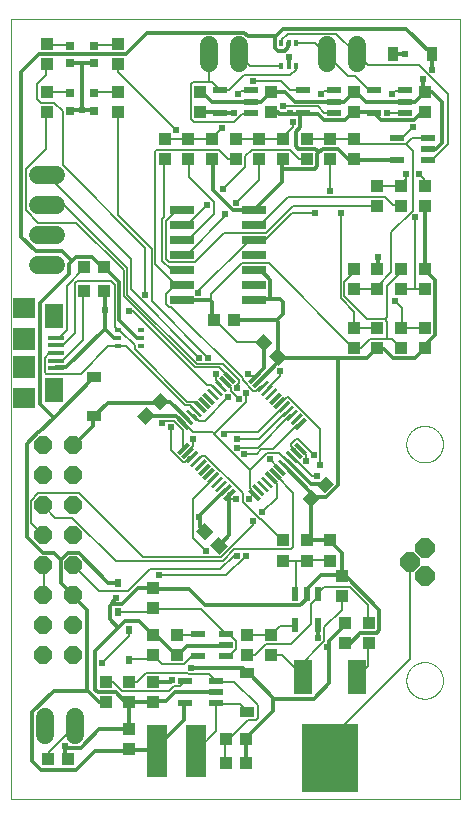
<source format=gtl>
G75*
%MOIN*%
%OFA0B0*%
%FSLAX25Y25*%
%IPPOS*%
%LPD*%
%AMOC8*
5,1,8,0,0,1.08239X$1,22.5*
%
%ADD10C,0.00000*%
%ADD11R,0.01181X0.04724*%
%ADD12R,0.04724X0.02362*%
%ADD13R,0.03937X0.04331*%
%ADD14R,0.07480X0.07087*%
%ADD15R,0.07480X0.07480*%
%ADD16R,0.06299X0.08268*%
%ADD17R,0.05315X0.01575*%
%ADD18R,0.02362X0.03150*%
%ADD19R,0.04724X0.02165*%
%ADD20R,0.04331X0.03937*%
%ADD21R,0.08000X0.02600*%
%ADD22C,0.06000*%
%ADD23R,0.06299X0.11811*%
%ADD24R,0.19000X0.22500*%
%ADD25R,0.02165X0.04724*%
%ADD26R,0.04803X0.03583*%
%ADD27R,0.03583X0.04803*%
%ADD28R,0.01575X0.02362*%
%ADD29OC8,0.06450*%
%ADD30R,0.03150X0.03150*%
%ADD31R,0.02362X0.01575*%
%ADD32R,0.07087X0.17717*%
%ADD33OC8,0.06000*%
%ADD34C,0.00600*%
%ADD35C,0.02400*%
%ADD36C,0.01200*%
D10*
X0004419Y0001800D02*
X0004419Y0261643D01*
X0154025Y0261643D01*
X0154045Y0001800D01*
X0004419Y0001800D01*
X0136114Y0041170D02*
X0136116Y0041326D01*
X0136122Y0041481D01*
X0136132Y0041637D01*
X0136146Y0041792D01*
X0136164Y0041947D01*
X0136185Y0042101D01*
X0136211Y0042255D01*
X0136241Y0042408D01*
X0136274Y0042560D01*
X0136312Y0042711D01*
X0136353Y0042861D01*
X0136398Y0043010D01*
X0136447Y0043158D01*
X0136500Y0043305D01*
X0136556Y0043450D01*
X0136616Y0043594D01*
X0136680Y0043736D01*
X0136747Y0043877D01*
X0136818Y0044015D01*
X0136893Y0044152D01*
X0136971Y0044287D01*
X0137052Y0044420D01*
X0137137Y0044551D01*
X0137225Y0044679D01*
X0137316Y0044806D01*
X0137410Y0044930D01*
X0137508Y0045051D01*
X0137609Y0045170D01*
X0137712Y0045286D01*
X0137819Y0045400D01*
X0137928Y0045511D01*
X0138041Y0045619D01*
X0138156Y0045724D01*
X0138273Y0045826D01*
X0138393Y0045925D01*
X0138516Y0046021D01*
X0138641Y0046114D01*
X0138769Y0046204D01*
X0138898Y0046290D01*
X0139030Y0046373D01*
X0139164Y0046453D01*
X0139300Y0046529D01*
X0139438Y0046602D01*
X0139577Y0046671D01*
X0139719Y0046736D01*
X0139862Y0046798D01*
X0140006Y0046856D01*
X0140152Y0046911D01*
X0140299Y0046962D01*
X0140448Y0047009D01*
X0140598Y0047052D01*
X0140748Y0047091D01*
X0140900Y0047127D01*
X0141053Y0047158D01*
X0141206Y0047186D01*
X0141360Y0047210D01*
X0141514Y0047230D01*
X0141669Y0047246D01*
X0141825Y0047258D01*
X0141980Y0047266D01*
X0142136Y0047270D01*
X0142292Y0047270D01*
X0142448Y0047266D01*
X0142603Y0047258D01*
X0142759Y0047246D01*
X0142914Y0047230D01*
X0143068Y0047210D01*
X0143222Y0047186D01*
X0143375Y0047158D01*
X0143528Y0047127D01*
X0143680Y0047091D01*
X0143830Y0047052D01*
X0143980Y0047009D01*
X0144129Y0046962D01*
X0144276Y0046911D01*
X0144422Y0046856D01*
X0144566Y0046798D01*
X0144709Y0046736D01*
X0144851Y0046671D01*
X0144990Y0046602D01*
X0145128Y0046529D01*
X0145264Y0046453D01*
X0145398Y0046373D01*
X0145530Y0046290D01*
X0145659Y0046204D01*
X0145787Y0046114D01*
X0145912Y0046021D01*
X0146035Y0045925D01*
X0146155Y0045826D01*
X0146272Y0045724D01*
X0146387Y0045619D01*
X0146500Y0045511D01*
X0146609Y0045400D01*
X0146716Y0045286D01*
X0146819Y0045170D01*
X0146920Y0045051D01*
X0147018Y0044930D01*
X0147112Y0044806D01*
X0147203Y0044679D01*
X0147291Y0044551D01*
X0147376Y0044420D01*
X0147457Y0044287D01*
X0147535Y0044152D01*
X0147610Y0044015D01*
X0147681Y0043877D01*
X0147748Y0043736D01*
X0147812Y0043594D01*
X0147872Y0043450D01*
X0147928Y0043305D01*
X0147981Y0043158D01*
X0148030Y0043010D01*
X0148075Y0042861D01*
X0148116Y0042711D01*
X0148154Y0042560D01*
X0148187Y0042408D01*
X0148217Y0042255D01*
X0148243Y0042101D01*
X0148264Y0041947D01*
X0148282Y0041792D01*
X0148296Y0041637D01*
X0148306Y0041481D01*
X0148312Y0041326D01*
X0148314Y0041170D01*
X0148312Y0041014D01*
X0148306Y0040859D01*
X0148296Y0040703D01*
X0148282Y0040548D01*
X0148264Y0040393D01*
X0148243Y0040239D01*
X0148217Y0040085D01*
X0148187Y0039932D01*
X0148154Y0039780D01*
X0148116Y0039629D01*
X0148075Y0039479D01*
X0148030Y0039330D01*
X0147981Y0039182D01*
X0147928Y0039035D01*
X0147872Y0038890D01*
X0147812Y0038746D01*
X0147748Y0038604D01*
X0147681Y0038463D01*
X0147610Y0038325D01*
X0147535Y0038188D01*
X0147457Y0038053D01*
X0147376Y0037920D01*
X0147291Y0037789D01*
X0147203Y0037661D01*
X0147112Y0037534D01*
X0147018Y0037410D01*
X0146920Y0037289D01*
X0146819Y0037170D01*
X0146716Y0037054D01*
X0146609Y0036940D01*
X0146500Y0036829D01*
X0146387Y0036721D01*
X0146272Y0036616D01*
X0146155Y0036514D01*
X0146035Y0036415D01*
X0145912Y0036319D01*
X0145787Y0036226D01*
X0145659Y0036136D01*
X0145530Y0036050D01*
X0145398Y0035967D01*
X0145264Y0035887D01*
X0145128Y0035811D01*
X0144990Y0035738D01*
X0144851Y0035669D01*
X0144709Y0035604D01*
X0144566Y0035542D01*
X0144422Y0035484D01*
X0144276Y0035429D01*
X0144129Y0035378D01*
X0143980Y0035331D01*
X0143830Y0035288D01*
X0143680Y0035249D01*
X0143528Y0035213D01*
X0143375Y0035182D01*
X0143222Y0035154D01*
X0143068Y0035130D01*
X0142914Y0035110D01*
X0142759Y0035094D01*
X0142603Y0035082D01*
X0142448Y0035074D01*
X0142292Y0035070D01*
X0142136Y0035070D01*
X0141980Y0035074D01*
X0141825Y0035082D01*
X0141669Y0035094D01*
X0141514Y0035110D01*
X0141360Y0035130D01*
X0141206Y0035154D01*
X0141053Y0035182D01*
X0140900Y0035213D01*
X0140748Y0035249D01*
X0140598Y0035288D01*
X0140448Y0035331D01*
X0140299Y0035378D01*
X0140152Y0035429D01*
X0140006Y0035484D01*
X0139862Y0035542D01*
X0139719Y0035604D01*
X0139577Y0035669D01*
X0139438Y0035738D01*
X0139300Y0035811D01*
X0139164Y0035887D01*
X0139030Y0035967D01*
X0138898Y0036050D01*
X0138769Y0036136D01*
X0138641Y0036226D01*
X0138516Y0036319D01*
X0138393Y0036415D01*
X0138273Y0036514D01*
X0138156Y0036616D01*
X0138041Y0036721D01*
X0137928Y0036829D01*
X0137819Y0036940D01*
X0137712Y0037054D01*
X0137609Y0037170D01*
X0137508Y0037289D01*
X0137410Y0037410D01*
X0137316Y0037534D01*
X0137225Y0037661D01*
X0137137Y0037789D01*
X0137052Y0037920D01*
X0136971Y0038053D01*
X0136893Y0038188D01*
X0136818Y0038325D01*
X0136747Y0038463D01*
X0136680Y0038604D01*
X0136616Y0038746D01*
X0136556Y0038890D01*
X0136500Y0039035D01*
X0136447Y0039182D01*
X0136398Y0039330D01*
X0136353Y0039479D01*
X0136312Y0039629D01*
X0136274Y0039780D01*
X0136241Y0039932D01*
X0136211Y0040085D01*
X0136185Y0040239D01*
X0136164Y0040393D01*
X0136146Y0040548D01*
X0136132Y0040703D01*
X0136122Y0040859D01*
X0136116Y0041014D01*
X0136114Y0041170D01*
X0136114Y0119910D02*
X0136116Y0120066D01*
X0136122Y0120221D01*
X0136132Y0120377D01*
X0136146Y0120532D01*
X0136164Y0120687D01*
X0136185Y0120841D01*
X0136211Y0120995D01*
X0136241Y0121148D01*
X0136274Y0121300D01*
X0136312Y0121451D01*
X0136353Y0121601D01*
X0136398Y0121750D01*
X0136447Y0121898D01*
X0136500Y0122045D01*
X0136556Y0122190D01*
X0136616Y0122334D01*
X0136680Y0122476D01*
X0136747Y0122617D01*
X0136818Y0122755D01*
X0136893Y0122892D01*
X0136971Y0123027D01*
X0137052Y0123160D01*
X0137137Y0123291D01*
X0137225Y0123419D01*
X0137316Y0123546D01*
X0137410Y0123670D01*
X0137508Y0123791D01*
X0137609Y0123910D01*
X0137712Y0124026D01*
X0137819Y0124140D01*
X0137928Y0124251D01*
X0138041Y0124359D01*
X0138156Y0124464D01*
X0138273Y0124566D01*
X0138393Y0124665D01*
X0138516Y0124761D01*
X0138641Y0124854D01*
X0138769Y0124944D01*
X0138898Y0125030D01*
X0139030Y0125113D01*
X0139164Y0125193D01*
X0139300Y0125269D01*
X0139438Y0125342D01*
X0139577Y0125411D01*
X0139719Y0125476D01*
X0139862Y0125538D01*
X0140006Y0125596D01*
X0140152Y0125651D01*
X0140299Y0125702D01*
X0140448Y0125749D01*
X0140598Y0125792D01*
X0140748Y0125831D01*
X0140900Y0125867D01*
X0141053Y0125898D01*
X0141206Y0125926D01*
X0141360Y0125950D01*
X0141514Y0125970D01*
X0141669Y0125986D01*
X0141825Y0125998D01*
X0141980Y0126006D01*
X0142136Y0126010D01*
X0142292Y0126010D01*
X0142448Y0126006D01*
X0142603Y0125998D01*
X0142759Y0125986D01*
X0142914Y0125970D01*
X0143068Y0125950D01*
X0143222Y0125926D01*
X0143375Y0125898D01*
X0143528Y0125867D01*
X0143680Y0125831D01*
X0143830Y0125792D01*
X0143980Y0125749D01*
X0144129Y0125702D01*
X0144276Y0125651D01*
X0144422Y0125596D01*
X0144566Y0125538D01*
X0144709Y0125476D01*
X0144851Y0125411D01*
X0144990Y0125342D01*
X0145128Y0125269D01*
X0145264Y0125193D01*
X0145398Y0125113D01*
X0145530Y0125030D01*
X0145659Y0124944D01*
X0145787Y0124854D01*
X0145912Y0124761D01*
X0146035Y0124665D01*
X0146155Y0124566D01*
X0146272Y0124464D01*
X0146387Y0124359D01*
X0146500Y0124251D01*
X0146609Y0124140D01*
X0146716Y0124026D01*
X0146819Y0123910D01*
X0146920Y0123791D01*
X0147018Y0123670D01*
X0147112Y0123546D01*
X0147203Y0123419D01*
X0147291Y0123291D01*
X0147376Y0123160D01*
X0147457Y0123027D01*
X0147535Y0122892D01*
X0147610Y0122755D01*
X0147681Y0122617D01*
X0147748Y0122476D01*
X0147812Y0122334D01*
X0147872Y0122190D01*
X0147928Y0122045D01*
X0147981Y0121898D01*
X0148030Y0121750D01*
X0148075Y0121601D01*
X0148116Y0121451D01*
X0148154Y0121300D01*
X0148187Y0121148D01*
X0148217Y0120995D01*
X0148243Y0120841D01*
X0148264Y0120687D01*
X0148282Y0120532D01*
X0148296Y0120377D01*
X0148306Y0120221D01*
X0148312Y0120066D01*
X0148314Y0119910D01*
X0148312Y0119754D01*
X0148306Y0119599D01*
X0148296Y0119443D01*
X0148282Y0119288D01*
X0148264Y0119133D01*
X0148243Y0118979D01*
X0148217Y0118825D01*
X0148187Y0118672D01*
X0148154Y0118520D01*
X0148116Y0118369D01*
X0148075Y0118219D01*
X0148030Y0118070D01*
X0147981Y0117922D01*
X0147928Y0117775D01*
X0147872Y0117630D01*
X0147812Y0117486D01*
X0147748Y0117344D01*
X0147681Y0117203D01*
X0147610Y0117065D01*
X0147535Y0116928D01*
X0147457Y0116793D01*
X0147376Y0116660D01*
X0147291Y0116529D01*
X0147203Y0116401D01*
X0147112Y0116274D01*
X0147018Y0116150D01*
X0146920Y0116029D01*
X0146819Y0115910D01*
X0146716Y0115794D01*
X0146609Y0115680D01*
X0146500Y0115569D01*
X0146387Y0115461D01*
X0146272Y0115356D01*
X0146155Y0115254D01*
X0146035Y0115155D01*
X0145912Y0115059D01*
X0145787Y0114966D01*
X0145659Y0114876D01*
X0145530Y0114790D01*
X0145398Y0114707D01*
X0145264Y0114627D01*
X0145128Y0114551D01*
X0144990Y0114478D01*
X0144851Y0114409D01*
X0144709Y0114344D01*
X0144566Y0114282D01*
X0144422Y0114224D01*
X0144276Y0114169D01*
X0144129Y0114118D01*
X0143980Y0114071D01*
X0143830Y0114028D01*
X0143680Y0113989D01*
X0143528Y0113953D01*
X0143375Y0113922D01*
X0143222Y0113894D01*
X0143068Y0113870D01*
X0142914Y0113850D01*
X0142759Y0113834D01*
X0142603Y0113822D01*
X0142448Y0113814D01*
X0142292Y0113810D01*
X0142136Y0113810D01*
X0141980Y0113814D01*
X0141825Y0113822D01*
X0141669Y0113834D01*
X0141514Y0113850D01*
X0141360Y0113870D01*
X0141206Y0113894D01*
X0141053Y0113922D01*
X0140900Y0113953D01*
X0140748Y0113989D01*
X0140598Y0114028D01*
X0140448Y0114071D01*
X0140299Y0114118D01*
X0140152Y0114169D01*
X0140006Y0114224D01*
X0139862Y0114282D01*
X0139719Y0114344D01*
X0139577Y0114409D01*
X0139438Y0114478D01*
X0139300Y0114551D01*
X0139164Y0114627D01*
X0139030Y0114707D01*
X0138898Y0114790D01*
X0138769Y0114876D01*
X0138641Y0114966D01*
X0138516Y0115059D01*
X0138393Y0115155D01*
X0138273Y0115254D01*
X0138156Y0115356D01*
X0138041Y0115461D01*
X0137928Y0115569D01*
X0137819Y0115680D01*
X0137712Y0115794D01*
X0137609Y0115910D01*
X0137508Y0116029D01*
X0137410Y0116150D01*
X0137316Y0116274D01*
X0137225Y0116401D01*
X0137137Y0116529D01*
X0137052Y0116660D01*
X0136971Y0116793D01*
X0136893Y0116928D01*
X0136818Y0117065D01*
X0136747Y0117203D01*
X0136680Y0117344D01*
X0136616Y0117486D01*
X0136556Y0117630D01*
X0136500Y0117775D01*
X0136447Y0117922D01*
X0136398Y0118070D01*
X0136353Y0118219D01*
X0136312Y0118369D01*
X0136274Y0118520D01*
X0136241Y0118672D01*
X0136211Y0118825D01*
X0136185Y0118979D01*
X0136164Y0119133D01*
X0136146Y0119288D01*
X0136132Y0119443D01*
X0136122Y0119599D01*
X0136116Y0119754D01*
X0136114Y0119910D01*
D11*
G36*
X0102923Y0117247D02*
X0102088Y0116412D01*
X0098749Y0119751D01*
X0099584Y0120586D01*
X0102923Y0117247D01*
G37*
G36*
X0101532Y0115855D02*
X0100697Y0115020D01*
X0097358Y0118359D01*
X0098193Y0119194D01*
X0101532Y0115855D01*
G37*
G36*
X0100140Y0114463D02*
X0099305Y0113628D01*
X0095966Y0116967D01*
X0096801Y0117802D01*
X0100140Y0114463D01*
G37*
G36*
X0098748Y0113071D02*
X0097913Y0112236D01*
X0094574Y0115575D01*
X0095409Y0116410D01*
X0098748Y0113071D01*
G37*
G36*
X0097356Y0111679D02*
X0096521Y0110844D01*
X0093182Y0114183D01*
X0094017Y0115018D01*
X0097356Y0111679D01*
G37*
G36*
X0095964Y0110287D02*
X0095129Y0109452D01*
X0091790Y0112791D01*
X0092625Y0113626D01*
X0095964Y0110287D01*
G37*
G36*
X0094572Y0108896D02*
X0093737Y0108061D01*
X0090398Y0111400D01*
X0091233Y0112235D01*
X0094572Y0108896D01*
G37*
G36*
X0093180Y0107504D02*
X0092345Y0106669D01*
X0089006Y0110008D01*
X0089841Y0110843D01*
X0093180Y0107504D01*
G37*
G36*
X0091788Y0106112D02*
X0090953Y0105277D01*
X0087614Y0108616D01*
X0088449Y0109451D01*
X0091788Y0106112D01*
G37*
G36*
X0090396Y0104720D02*
X0089561Y0103885D01*
X0086222Y0107224D01*
X0087057Y0108059D01*
X0090396Y0104720D01*
G37*
G36*
X0089004Y0103328D02*
X0088169Y0102493D01*
X0084830Y0105832D01*
X0085665Y0106667D01*
X0089004Y0103328D01*
G37*
G36*
X0087612Y0101936D02*
X0086777Y0101101D01*
X0083438Y0104440D01*
X0084273Y0105275D01*
X0087612Y0101936D01*
G37*
G36*
X0078425Y0105275D02*
X0079260Y0104440D01*
X0075921Y0101101D01*
X0075086Y0101936D01*
X0078425Y0105275D01*
G37*
G36*
X0077033Y0106667D02*
X0077868Y0105832D01*
X0074529Y0102493D01*
X0073694Y0103328D01*
X0077033Y0106667D01*
G37*
G36*
X0075642Y0108059D02*
X0076477Y0107224D01*
X0073138Y0103885D01*
X0072303Y0104720D01*
X0075642Y0108059D01*
G37*
G36*
X0074250Y0109451D02*
X0075085Y0108616D01*
X0071746Y0105277D01*
X0070911Y0106112D01*
X0074250Y0109451D01*
G37*
G36*
X0072858Y0110843D02*
X0073693Y0110008D01*
X0070354Y0106669D01*
X0069519Y0107504D01*
X0072858Y0110843D01*
G37*
G36*
X0071466Y0112235D02*
X0072301Y0111400D01*
X0068962Y0108061D01*
X0068127Y0108896D01*
X0071466Y0112235D01*
G37*
G36*
X0070074Y0113626D02*
X0070909Y0112791D01*
X0067570Y0109452D01*
X0066735Y0110287D01*
X0070074Y0113626D01*
G37*
G36*
X0068682Y0115018D02*
X0069517Y0114183D01*
X0066178Y0110844D01*
X0065343Y0111679D01*
X0068682Y0115018D01*
G37*
G36*
X0067290Y0116410D02*
X0068125Y0115575D01*
X0064786Y0112236D01*
X0063951Y0113071D01*
X0067290Y0116410D01*
G37*
G36*
X0065898Y0117802D02*
X0066733Y0116967D01*
X0063394Y0113628D01*
X0062559Y0114463D01*
X0065898Y0117802D01*
G37*
G36*
X0064506Y0119194D02*
X0065341Y0118359D01*
X0062002Y0115020D01*
X0061167Y0115855D01*
X0064506Y0119194D01*
G37*
G36*
X0063114Y0120586D02*
X0063949Y0119751D01*
X0060610Y0116412D01*
X0059775Y0117247D01*
X0063114Y0120586D01*
G37*
G36*
X0063949Y0125599D02*
X0063114Y0124764D01*
X0059775Y0128103D01*
X0060610Y0128938D01*
X0063949Y0125599D01*
G37*
G36*
X0065341Y0126991D02*
X0064506Y0126156D01*
X0061167Y0129495D01*
X0062002Y0130330D01*
X0065341Y0126991D01*
G37*
G36*
X0066733Y0128383D02*
X0065898Y0127548D01*
X0062559Y0130887D01*
X0063394Y0131722D01*
X0066733Y0128383D01*
G37*
G36*
X0068125Y0129775D02*
X0067290Y0128940D01*
X0063951Y0132279D01*
X0064786Y0133114D01*
X0068125Y0129775D01*
G37*
G36*
X0069517Y0131167D02*
X0068682Y0130332D01*
X0065343Y0133671D01*
X0066178Y0134506D01*
X0069517Y0131167D01*
G37*
G36*
X0070909Y0132559D02*
X0070074Y0131724D01*
X0066735Y0135063D01*
X0067570Y0135898D01*
X0070909Y0132559D01*
G37*
G36*
X0072301Y0133951D02*
X0071466Y0133116D01*
X0068127Y0136455D01*
X0068962Y0137290D01*
X0072301Y0133951D01*
G37*
G36*
X0073693Y0135342D02*
X0072858Y0134507D01*
X0069519Y0137846D01*
X0070354Y0138681D01*
X0073693Y0135342D01*
G37*
G36*
X0075085Y0136734D02*
X0074250Y0135899D01*
X0070911Y0139238D01*
X0071746Y0140073D01*
X0075085Y0136734D01*
G37*
G36*
X0076477Y0138126D02*
X0075642Y0137291D01*
X0072303Y0140630D01*
X0073138Y0141465D01*
X0076477Y0138126D01*
G37*
G36*
X0077868Y0139518D02*
X0077033Y0138683D01*
X0073694Y0142022D01*
X0074529Y0142857D01*
X0077868Y0139518D01*
G37*
G36*
X0079260Y0140910D02*
X0078425Y0140075D01*
X0075086Y0143414D01*
X0075921Y0144249D01*
X0079260Y0140910D01*
G37*
G36*
X0086777Y0144249D02*
X0087612Y0143414D01*
X0084273Y0140075D01*
X0083438Y0140910D01*
X0086777Y0144249D01*
G37*
G36*
X0088169Y0142857D02*
X0089004Y0142022D01*
X0085665Y0138683D01*
X0084830Y0139518D01*
X0088169Y0142857D01*
G37*
G36*
X0089561Y0141465D02*
X0090396Y0140630D01*
X0087057Y0137291D01*
X0086222Y0138126D01*
X0089561Y0141465D01*
G37*
G36*
X0090953Y0140073D02*
X0091788Y0139238D01*
X0088449Y0135899D01*
X0087614Y0136734D01*
X0090953Y0140073D01*
G37*
G36*
X0092345Y0138681D02*
X0093180Y0137846D01*
X0089841Y0134507D01*
X0089006Y0135342D01*
X0092345Y0138681D01*
G37*
G36*
X0093737Y0137290D02*
X0094572Y0136455D01*
X0091233Y0133116D01*
X0090398Y0133951D01*
X0093737Y0137290D01*
G37*
G36*
X0095129Y0135898D02*
X0095964Y0135063D01*
X0092625Y0131724D01*
X0091790Y0132559D01*
X0095129Y0135898D01*
G37*
G36*
X0096521Y0134506D02*
X0097356Y0133671D01*
X0094017Y0130332D01*
X0093182Y0131167D01*
X0096521Y0134506D01*
G37*
G36*
X0097913Y0133114D02*
X0098748Y0132279D01*
X0095409Y0128940D01*
X0094574Y0129775D01*
X0097913Y0133114D01*
G37*
G36*
X0099305Y0131722D02*
X0100140Y0130887D01*
X0096801Y0127548D01*
X0095966Y0128383D01*
X0099305Y0131722D01*
G37*
G36*
X0100697Y0130330D02*
X0101532Y0129495D01*
X0098193Y0126156D01*
X0097358Y0126991D01*
X0100697Y0130330D01*
G37*
G36*
X0102088Y0128938D02*
X0102923Y0128103D01*
X0099584Y0124764D01*
X0098749Y0125599D01*
X0102088Y0128938D01*
G37*
D12*
X0075875Y0056721D03*
X0075875Y0052981D03*
X0075875Y0049241D03*
X0066820Y0049241D03*
X0066820Y0056721D03*
D13*
X0059537Y0056328D03*
X0059537Y0049635D03*
X0051663Y0049635D03*
X0051663Y0056328D03*
X0051663Y0065383D03*
X0051663Y0072076D03*
X0051663Y0040580D03*
X0051663Y0033887D03*
X0043789Y0024831D03*
X0043789Y0018139D03*
X0023453Y0014943D03*
X0016760Y0014943D03*
X0075875Y0021485D03*
X0082568Y0021485D03*
X0083159Y0049635D03*
X0083159Y0056328D03*
X0110718Y0081131D03*
X0110718Y0087824D03*
X0115639Y0060265D03*
X0115639Y0053572D03*
X0035324Y0171091D03*
X0028631Y0171091D03*
X0067411Y0230737D03*
X0067411Y0237430D03*
X0071348Y0221682D03*
X0071348Y0214989D03*
X0091033Y0230737D03*
X0091033Y0237430D03*
X0094970Y0221682D03*
X0094970Y0214989D03*
X0118592Y0214989D03*
X0118592Y0221682D03*
X0118592Y0230737D03*
X0118592Y0237430D03*
X0142214Y0237430D03*
X0142214Y0230737D03*
X0142214Y0205934D03*
X0142214Y0199241D03*
D14*
X0008631Y0165284D03*
X0008631Y0135363D03*
D15*
X0008631Y0145599D03*
X0008631Y0155048D03*
D16*
X0018671Y0162528D03*
X0018671Y0138119D03*
D17*
X0019261Y0145206D03*
X0019261Y0147765D03*
X0019261Y0150324D03*
X0019261Y0152883D03*
X0019261Y0155442D03*
D18*
X0039852Y0073650D03*
X0039852Y0063808D03*
X0043789Y0057902D03*
X0043789Y0048060D03*
D19*
X0062292Y0040973D03*
X0062292Y0033493D03*
X0072529Y0033493D03*
X0072529Y0037233D03*
X0072529Y0040973D03*
X0133158Y0214595D03*
X0133158Y0222076D03*
X0135521Y0230343D03*
X0135521Y0234083D03*
X0135521Y0237824D03*
X0143395Y0222076D03*
X0143395Y0218335D03*
X0143395Y0214595D03*
X0125284Y0230343D03*
X0125284Y0237824D03*
X0111899Y0237824D03*
X0111899Y0234083D03*
X0111899Y0230343D03*
X0101662Y0230343D03*
X0101662Y0237824D03*
X0084340Y0237824D03*
X0084340Y0234083D03*
X0084340Y0230343D03*
X0074103Y0230343D03*
X0074103Y0237824D03*
D20*
X0079222Y0221682D03*
X0079222Y0214989D03*
X0087096Y0214989D03*
X0087096Y0221682D03*
X0102844Y0221682D03*
X0102844Y0214989D03*
X0110718Y0214989D03*
X0110718Y0221682D03*
X0126466Y0205934D03*
X0126466Y0199241D03*
X0134340Y0199241D03*
X0134340Y0205934D03*
X0134340Y0178375D03*
X0134340Y0171682D03*
X0142214Y0171682D03*
X0142214Y0178375D03*
X0142214Y0158690D03*
X0142214Y0151997D03*
X0134340Y0151997D03*
X0134340Y0158690D03*
X0126466Y0158690D03*
X0126466Y0151997D03*
X0118592Y0151997D03*
X0118592Y0158690D03*
X0118592Y0171682D03*
X0118592Y0178375D03*
X0126466Y0178375D03*
X0126466Y0171682D03*
G36*
X0093538Y0146118D02*
X0090477Y0149179D01*
X0093260Y0151962D01*
X0096321Y0148901D01*
X0093538Y0146118D01*
G37*
G36*
X0088805Y0150851D02*
X0085744Y0153912D01*
X0088527Y0156695D01*
X0091588Y0153634D01*
X0088805Y0150851D01*
G37*
X0078631Y0161249D03*
X0071938Y0161249D03*
G36*
X0056951Y0134227D02*
X0053890Y0131166D01*
X0051107Y0133949D01*
X0054168Y0137010D01*
X0056951Y0134227D01*
G37*
G36*
X0052218Y0129494D02*
X0049157Y0126433D01*
X0046374Y0129216D01*
X0049435Y0132277D01*
X0052218Y0129494D01*
G37*
G36*
X0068842Y0093702D02*
X0071903Y0090641D01*
X0069120Y0087858D01*
X0066059Y0090919D01*
X0068842Y0093702D01*
G37*
G36*
X0073575Y0088970D02*
X0076636Y0085909D01*
X0073853Y0083126D01*
X0070792Y0086187D01*
X0073575Y0088970D01*
G37*
X0094970Y0087824D03*
X0094970Y0081131D03*
X0102844Y0081131D03*
X0102844Y0087824D03*
G36*
X0101493Y0101657D02*
X0104554Y0104718D01*
X0107337Y0101935D01*
X0104276Y0098874D01*
X0101493Y0101657D01*
G37*
G36*
X0106225Y0106390D02*
X0109286Y0109451D01*
X0112069Y0106668D01*
X0109008Y0103607D01*
X0106225Y0106390D01*
G37*
X0114655Y0076013D03*
X0114655Y0069320D03*
X0123513Y0060265D03*
X0123513Y0053572D03*
X0091033Y0056328D03*
X0091033Y0049635D03*
X0082568Y0013611D03*
X0075875Y0013611D03*
X0043789Y0033887D03*
X0043789Y0040580D03*
X0035915Y0040580D03*
X0035915Y0033887D03*
X0035324Y0178965D03*
X0028631Y0178965D03*
X0055600Y0214989D03*
X0055600Y0221682D03*
X0063474Y0221682D03*
X0063474Y0214989D03*
X0039852Y0230737D03*
X0039852Y0237430D03*
X0039852Y0246485D03*
X0039852Y0253178D03*
X0016230Y0253178D03*
X0016230Y0246485D03*
X0016230Y0237430D03*
X0016230Y0230737D03*
D21*
X0061216Y0197902D03*
X0061216Y0192902D03*
X0061216Y0187902D03*
X0061216Y0182902D03*
X0061216Y0177902D03*
X0061216Y0172902D03*
X0061216Y0167902D03*
X0085416Y0167902D03*
X0085416Y0172902D03*
X0085416Y0177902D03*
X0085416Y0182902D03*
X0085416Y0187902D03*
X0085416Y0192902D03*
X0085416Y0197902D03*
D22*
X0080285Y0246831D02*
X0080285Y0252831D01*
X0070285Y0252831D02*
X0070285Y0246831D01*
X0109655Y0246831D02*
X0109655Y0252831D01*
X0119655Y0252831D02*
X0119655Y0246831D01*
X0019230Y0209713D02*
X0013230Y0209713D01*
X0013230Y0199713D02*
X0019230Y0199713D01*
X0019230Y0189713D02*
X0013230Y0189713D01*
X0013230Y0179713D02*
X0019230Y0179713D01*
X0015659Y0028914D02*
X0015659Y0022914D01*
X0025659Y0022914D02*
X0025659Y0028914D01*
D23*
X0101741Y0042391D03*
X0119694Y0042391D03*
D24*
X0110718Y0015233D03*
D25*
X0106584Y0059674D03*
X0099104Y0059674D03*
X0099104Y0069911D03*
X0102844Y0069911D03*
X0106584Y0069911D03*
D26*
X0083159Y0043729D03*
X0083159Y0030737D03*
X0031978Y0129162D03*
X0031978Y0142154D03*
D27*
X0131781Y0249831D03*
X0144773Y0249831D03*
D28*
X0099497Y0245894D03*
X0096938Y0245894D03*
X0094379Y0245894D03*
X0094379Y0253769D03*
X0096938Y0253769D03*
X0099497Y0253769D03*
D29*
X0142214Y0085277D03*
X0137477Y0080540D03*
X0142214Y0075803D03*
D30*
X0031978Y0231131D03*
X0031978Y0237036D03*
X0031978Y0246879D03*
X0031978Y0252784D03*
X0024104Y0252784D03*
X0024104Y0246879D03*
X0024104Y0237036D03*
X0024104Y0231131D03*
D31*
X0039852Y0157902D03*
X0039852Y0155343D03*
X0039852Y0152784D03*
X0047726Y0152784D03*
X0047726Y0155343D03*
X0047726Y0157902D03*
D32*
X0053139Y0017548D03*
X0065934Y0017548D03*
D33*
X0025167Y0049477D03*
X0025167Y0059477D03*
X0025167Y0069477D03*
X0025167Y0079477D03*
X0025167Y0089477D03*
X0025167Y0099477D03*
X0025167Y0109477D03*
X0025167Y0119477D03*
X0015167Y0119477D03*
X0015167Y0109477D03*
X0015167Y0099477D03*
X0015167Y0089477D03*
X0015167Y0079477D03*
X0015167Y0069477D03*
X0015167Y0059477D03*
X0015167Y0049477D03*
D34*
X0015167Y0069477D02*
X0015219Y0069600D01*
X0015219Y0079200D01*
X0015167Y0079477D01*
X0015167Y0089477D02*
X0014919Y0089700D01*
X0011019Y0093600D01*
X0011019Y0101100D01*
X0013419Y0103500D01*
X0026919Y0103500D01*
X0048219Y0082200D01*
X0074319Y0082200D01*
X0085119Y0093000D01*
X0085119Y0094200D01*
X0087219Y0095100D02*
X0081519Y0100800D01*
X0081519Y0103500D01*
X0068919Y0116100D01*
X0067719Y0116100D01*
X0066219Y0114600D01*
X0066038Y0114323D01*
X0064646Y0115715D02*
X0064419Y0115500D01*
X0063819Y0115500D01*
X0062319Y0114000D01*
X0061719Y0114000D01*
X0057819Y0117900D01*
X0057819Y0125700D01*
X0058719Y0127800D02*
X0055719Y0127800D01*
X0054819Y0126900D01*
X0058719Y0127800D02*
X0061719Y0124800D01*
X0061719Y0118500D01*
X0061862Y0118499D01*
X0063519Y0117900D02*
X0065019Y0119400D01*
X0065019Y0121800D01*
X0065019Y0123900D02*
X0071619Y0123900D01*
X0072069Y0123450D01*
X0082719Y0134100D01*
X0082719Y0137100D01*
X0085119Y0137700D02*
X0081519Y0141300D01*
X0081519Y0141900D01*
X0057819Y0165600D01*
X0056919Y0165600D01*
X0056019Y0166500D01*
X0056019Y0170100D01*
X0059019Y0173100D01*
X0061216Y0172902D01*
X0061119Y0173100D01*
X0059319Y0173100D01*
X0052419Y0180000D01*
X0052419Y0217500D01*
X0053019Y0218100D01*
X0073719Y0218100D01*
X0076719Y0215100D01*
X0079119Y0215100D01*
X0079222Y0214989D01*
X0082419Y0216000D02*
X0082419Y0212400D01*
X0074919Y0204900D01*
X0071919Y0200700D02*
X0071919Y0196800D01*
X0063219Y0188100D01*
X0061419Y0188100D01*
X0061216Y0187902D01*
X0061419Y0183000D02*
X0061216Y0182902D01*
X0061419Y0183000D02*
X0062919Y0183000D01*
X0075819Y0195900D01*
X0075819Y0196800D01*
X0079419Y0200400D02*
X0086919Y0207900D01*
X0086919Y0214800D01*
X0087096Y0214989D01*
X0084519Y0218100D02*
X0082419Y0216000D01*
X0084519Y0218100D02*
X0097419Y0218100D01*
X0100419Y0215100D01*
X0102819Y0215100D01*
X0102844Y0214989D01*
X0102844Y0221682D02*
X0103119Y0221700D01*
X0110619Y0221700D01*
X0110718Y0221682D01*
X0110919Y0221700D01*
X0118419Y0221700D01*
X0118592Y0221682D01*
X0118719Y0221400D01*
X0120219Y0219900D01*
X0135819Y0219900D01*
X0135969Y0220050D01*
X0138219Y0217800D01*
X0138219Y0197700D01*
X0131019Y0190500D01*
X0131019Y0177300D01*
X0126519Y0172800D01*
X0126519Y0171900D01*
X0126466Y0171682D01*
X0126219Y0171600D01*
X0118719Y0171600D01*
X0118592Y0171682D01*
X0115419Y0174000D02*
X0115419Y0169200D01*
X0122919Y0161700D01*
X0128919Y0161700D01*
X0129069Y0161550D01*
X0129819Y0162300D01*
X0129819Y0172800D01*
X0134319Y0177300D01*
X0134319Y0178200D01*
X0134340Y0178375D01*
X0134340Y0171682D02*
X0134619Y0171600D01*
X0139119Y0171600D01*
X0139119Y0195600D01*
X0134340Y0199241D02*
X0134319Y0199500D01*
X0131619Y0199500D01*
X0128919Y0202200D01*
X0096519Y0202200D01*
X0087519Y0193200D01*
X0085419Y0193200D01*
X0085416Y0192902D01*
X0089319Y0190200D02*
X0075219Y0190200D01*
X0065619Y0180600D01*
X0056919Y0180600D01*
X0056019Y0181500D01*
X0056019Y0194400D01*
X0059319Y0197700D01*
X0061119Y0197700D01*
X0061216Y0197902D01*
X0061419Y0193200D02*
X0061216Y0192902D01*
X0061419Y0193200D02*
X0063219Y0193200D01*
X0069819Y0199800D01*
X0071919Y0200700D02*
X0063519Y0209100D01*
X0063519Y0214800D01*
X0063474Y0214989D01*
X0063474Y0221682D02*
X0063519Y0221700D01*
X0071319Y0221700D01*
X0071348Y0221682D01*
X0071319Y0222000D01*
X0074619Y0225300D01*
X0078519Y0227400D02*
X0065319Y0227400D01*
X0064419Y0228300D01*
X0064419Y0240000D01*
X0065019Y0240600D01*
X0070419Y0240600D01*
X0070419Y0249600D01*
X0070285Y0249831D01*
X0070419Y0240600D02*
X0071319Y0240600D01*
X0074019Y0237900D01*
X0074103Y0237824D01*
X0074319Y0237900D01*
X0077019Y0237900D01*
X0082119Y0243000D01*
X0097419Y0243000D01*
X0099219Y0244800D01*
X0099219Y0245700D01*
X0099497Y0245894D01*
X0094379Y0245894D02*
X0094119Y0246000D01*
X0083919Y0246000D01*
X0080319Y0249600D01*
X0080285Y0249831D01*
X0085119Y0240900D02*
X0094419Y0240900D01*
X0097419Y0237900D01*
X0101619Y0237900D01*
X0101662Y0237824D01*
X0106719Y0232500D02*
X0095019Y0232500D01*
X0098319Y0227400D02*
X0098319Y0225600D01*
X0094719Y0222000D01*
X0094970Y0221682D01*
X0094719Y0221700D01*
X0087219Y0221700D01*
X0087096Y0221682D01*
X0086919Y0221700D01*
X0079419Y0221700D01*
X0079222Y0221682D01*
X0078519Y0227400D02*
X0081219Y0230100D01*
X0084219Y0230100D01*
X0084340Y0230343D01*
X0084219Y0237600D02*
X0080919Y0237600D01*
X0080019Y0236700D01*
X0084219Y0237600D02*
X0084340Y0237824D01*
X0094379Y0253769D02*
X0094419Y0253800D01*
X0094419Y0254700D01*
X0096519Y0256800D01*
X0112719Y0256800D01*
X0119619Y0249900D01*
X0119655Y0249831D01*
X0119919Y0249600D01*
X0123219Y0246300D01*
X0140319Y0246300D01*
X0149919Y0236700D01*
X0149919Y0219900D01*
X0144819Y0214800D01*
X0143619Y0214800D01*
X0143395Y0214595D01*
X0140319Y0210000D02*
X0142119Y0208200D01*
X0142119Y0206100D01*
X0142214Y0205934D01*
X0136119Y0208200D02*
X0134319Y0206400D01*
X0134340Y0205934D01*
X0134319Y0206100D01*
X0126519Y0206100D01*
X0126466Y0205934D01*
X0126466Y0199241D02*
X0126219Y0199200D01*
X0098319Y0199200D01*
X0089319Y0190200D01*
X0089019Y0188100D02*
X0085419Y0188100D01*
X0085416Y0187902D01*
X0085119Y0187800D01*
X0083619Y0187800D01*
X0066819Y0171000D01*
X0066819Y0170400D01*
X0071019Y0170100D02*
X0071019Y0168300D01*
X0070610Y0167892D01*
X0071019Y0170100D02*
X0081219Y0180300D01*
X0090219Y0180300D01*
X0118419Y0152100D01*
X0118592Y0151997D01*
X0118719Y0152100D01*
X0121119Y0152100D01*
X0124119Y0155100D01*
X0129819Y0155100D01*
X0129819Y0160800D01*
X0129069Y0161550D01*
X0126466Y0158690D02*
X0126219Y0158700D01*
X0118719Y0158700D01*
X0118592Y0158690D01*
X0118719Y0159000D01*
X0118719Y0164100D01*
X0114219Y0168600D01*
X0114219Y0197100D01*
X0110619Y0204300D02*
X0110619Y0214800D01*
X0110718Y0214989D01*
X0111899Y0230343D02*
X0111819Y0230400D01*
X0108819Y0230400D01*
X0106719Y0232500D01*
X0107619Y0236700D02*
X0108519Y0237600D01*
X0111819Y0237600D01*
X0111899Y0237824D01*
X0116619Y0242700D02*
X0109719Y0249600D01*
X0109655Y0249831D01*
X0109419Y0249900D01*
X0105819Y0253500D01*
X0099519Y0253500D01*
X0099497Y0253769D01*
X0116619Y0242700D02*
X0119019Y0242700D01*
X0123819Y0237900D01*
X0125019Y0237900D01*
X0125284Y0237824D01*
X0129519Y0230400D02*
X0135519Y0230400D01*
X0135521Y0230343D01*
X0138219Y0225600D02*
X0134919Y0222300D01*
X0133419Y0222300D01*
X0133158Y0222076D01*
X0135969Y0220050D02*
X0137919Y0222000D01*
X0143319Y0222000D01*
X0143395Y0222076D01*
X0136119Y0210000D02*
X0136119Y0208200D01*
X0131319Y0236700D02*
X0132219Y0237600D01*
X0135519Y0237600D01*
X0135521Y0237824D01*
X0105819Y0197100D02*
X0098019Y0197100D01*
X0089019Y0188100D01*
X0072519Y0161100D02*
X0071938Y0161249D01*
X0072519Y0161100D02*
X0079719Y0153900D01*
X0088119Y0153900D01*
X0088666Y0153773D01*
X0094119Y0144300D02*
X0094119Y0142800D01*
X0089919Y0138600D01*
X0089919Y0138000D01*
X0089701Y0137986D01*
X0088309Y0139378D02*
X0088119Y0139200D01*
X0087519Y0139200D01*
X0086019Y0137700D01*
X0085119Y0137700D01*
X0085525Y0142162D02*
X0085119Y0142500D01*
X0084219Y0142500D01*
X0083319Y0143400D01*
X0080319Y0141300D02*
X0074919Y0146700D01*
X0066219Y0146700D01*
X0043119Y0169800D01*
X0043119Y0178500D01*
X0022119Y0199500D01*
X0016419Y0199500D01*
X0016230Y0199713D01*
X0013419Y0193800D02*
X0026019Y0193800D01*
X0041919Y0177900D01*
X0041919Y0169200D01*
X0065619Y0145500D01*
X0073719Y0145500D01*
X0077019Y0142200D01*
X0077173Y0142162D01*
X0075781Y0140770D02*
X0075819Y0140700D01*
X0077619Y0138900D01*
X0077619Y0137700D01*
X0080319Y0135000D01*
X0079719Y0138600D02*
X0079719Y0139800D01*
X0080319Y0140400D01*
X0080319Y0141300D01*
X0076719Y0135600D02*
X0068919Y0127800D01*
X0067119Y0127800D01*
X0065319Y0129600D01*
X0064719Y0129600D01*
X0064646Y0129635D01*
X0065919Y0131100D02*
X0064119Y0132900D01*
X0062319Y0132900D01*
X0042519Y0152700D01*
X0040119Y0152700D01*
X0039852Y0152784D01*
X0039819Y0152700D01*
X0036819Y0152700D01*
X0027519Y0143400D01*
X0016119Y0143400D01*
X0015519Y0144000D01*
X0015519Y0148800D01*
X0017019Y0150300D01*
X0019119Y0150300D01*
X0019261Y0150324D01*
X0019419Y0147900D02*
X0019261Y0147765D01*
X0019419Y0147900D02*
X0021819Y0147900D01*
X0028419Y0154500D01*
X0028419Y0171000D01*
X0028631Y0171091D01*
X0025719Y0173700D02*
X0026319Y0174300D01*
X0037719Y0174300D01*
X0038919Y0173100D01*
X0038919Y0159000D01*
X0039819Y0158100D01*
X0039852Y0157902D01*
X0040119Y0157800D01*
X0040719Y0157800D01*
X0045519Y0153000D01*
X0045519Y0151500D01*
X0062919Y0134100D01*
X0065919Y0134100D01*
X0067419Y0132600D01*
X0067430Y0132419D01*
X0066038Y0131027D02*
X0065919Y0131100D01*
X0062319Y0126600D02*
X0065019Y0123900D01*
X0062319Y0126600D02*
X0061862Y0126851D01*
X0063519Y0117900D02*
X0063519Y0117300D01*
X0063254Y0117107D01*
X0071319Y0108600D02*
X0071319Y0108000D01*
X0065019Y0101700D01*
X0065019Y0088500D01*
X0069219Y0084300D01*
X0074919Y0081000D02*
X0039219Y0081000D01*
X0024819Y0095400D01*
X0019119Y0095400D01*
X0015219Y0099300D01*
X0015167Y0099477D01*
X0025167Y0079477D02*
X0025419Y0079200D01*
X0033519Y0071100D01*
X0043419Y0071100D01*
X0050619Y0078300D01*
X0074019Y0078300D01*
X0078519Y0082800D01*
X0079719Y0082800D01*
X0078819Y0084900D02*
X0074919Y0081000D01*
X0076119Y0076200D02*
X0053619Y0076200D01*
X0051663Y0065383D02*
X0051819Y0065100D01*
X0067719Y0065100D01*
X0075819Y0057000D01*
X0075875Y0056721D01*
X0076119Y0056700D01*
X0077019Y0056700D01*
X0079419Y0054300D01*
X0079419Y0051600D01*
X0077319Y0049500D01*
X0076119Y0049500D01*
X0075875Y0049241D01*
X0070419Y0043200D02*
X0072519Y0041100D01*
X0072529Y0040973D01*
X0072819Y0040800D01*
X0078819Y0040800D01*
X0086619Y0033000D01*
X0086619Y0028500D01*
X0086019Y0027900D01*
X0083319Y0027900D01*
X0077019Y0021600D01*
X0076119Y0021600D01*
X0075875Y0021485D01*
X0075819Y0021300D01*
X0075819Y0013800D01*
X0075875Y0013611D01*
X0066219Y0017700D02*
X0072819Y0024300D01*
X0072819Y0033000D01*
X0072529Y0033493D01*
X0072819Y0033300D01*
X0080619Y0033300D01*
X0083019Y0030900D01*
X0083159Y0030737D01*
X0070419Y0043200D02*
X0063519Y0043200D01*
X0062919Y0043800D01*
X0049419Y0043800D01*
X0046419Y0040800D01*
X0044019Y0040800D01*
X0043789Y0040580D01*
X0041319Y0037500D02*
X0056919Y0037500D01*
X0058719Y0039300D01*
X0060519Y0039300D01*
X0062019Y0040800D01*
X0062292Y0040973D01*
X0062019Y0046500D02*
X0054819Y0046500D01*
X0051819Y0049500D01*
X0051663Y0049635D01*
X0051519Y0049500D01*
X0050319Y0048300D01*
X0044019Y0048300D01*
X0043789Y0048060D01*
X0043719Y0056100D02*
X0034719Y0047100D01*
X0035915Y0040580D02*
X0035919Y0040500D01*
X0038319Y0040500D01*
X0041319Y0037500D01*
X0043719Y0056100D02*
X0043719Y0057900D01*
X0043789Y0057902D01*
X0044019Y0063900D02*
X0039852Y0063808D01*
X0044019Y0063900D02*
X0050319Y0063900D01*
X0051519Y0065100D01*
X0051663Y0065383D01*
X0059619Y0056400D02*
X0059537Y0056328D01*
X0059619Y0056400D02*
X0066519Y0056400D01*
X0066819Y0056700D01*
X0066820Y0056721D01*
X0066820Y0049241D02*
X0066819Y0049200D01*
X0064719Y0049200D01*
X0062019Y0046500D01*
X0066219Y0017700D02*
X0065934Y0017548D01*
X0083159Y0049635D02*
X0083319Y0049800D01*
X0085719Y0049800D01*
X0089319Y0053400D01*
X0097719Y0053400D01*
X0104319Y0060000D01*
X0104319Y0066600D01*
X0106419Y0068700D01*
X0106419Y0069900D01*
X0106584Y0069911D01*
X0106719Y0070200D01*
X0108819Y0072300D01*
X0117219Y0072300D01*
X0123219Y0066300D01*
X0123219Y0060300D01*
X0123513Y0060265D01*
X0123513Y0053572D02*
X0123219Y0053400D01*
X0123219Y0045900D01*
X0119919Y0042600D01*
X0119694Y0042391D01*
X0108819Y0054300D02*
X0108819Y0059100D01*
X0114519Y0064800D01*
X0114519Y0069300D01*
X0114655Y0069320D01*
X0110718Y0081131D02*
X0110619Y0081300D01*
X0103119Y0081300D01*
X0102844Y0081131D01*
X0102819Y0081000D01*
X0099219Y0081000D01*
X0099219Y0070200D01*
X0099104Y0069911D01*
X0099104Y0059674D02*
X0098919Y0059400D01*
X0094119Y0059400D01*
X0091119Y0056400D01*
X0091033Y0056328D01*
X0090819Y0056400D01*
X0083319Y0056400D01*
X0083159Y0056328D01*
X0091033Y0049635D02*
X0091119Y0049500D01*
X0094719Y0049500D01*
X0101619Y0042600D01*
X0101741Y0042391D01*
X0099519Y0045000D01*
X0108819Y0054300D01*
X0099219Y0081000D02*
X0095019Y0081000D01*
X0094970Y0081131D01*
X0097719Y0084900D02*
X0078819Y0084900D01*
X0082719Y0082800D02*
X0076119Y0076200D01*
X0087219Y0095100D02*
X0087519Y0095100D01*
X0094719Y0087900D01*
X0094970Y0087824D01*
X0097719Y0084900D02*
X0098319Y0085500D01*
X0098319Y0103800D01*
X0092619Y0109500D01*
X0092619Y0110100D01*
X0092485Y0110148D01*
X0093877Y0111539D02*
X0093819Y0111600D01*
X0090519Y0114900D01*
X0089619Y0117000D02*
X0093819Y0117000D01*
X0096219Y0114600D01*
X0096661Y0114323D01*
X0098053Y0115715D02*
X0098319Y0115500D01*
X0104619Y0109200D01*
X0106419Y0109200D01*
X0107319Y0113100D02*
X0107319Y0125100D01*
X0096819Y0135600D01*
X0096219Y0135600D01*
X0094719Y0134100D01*
X0094119Y0134100D01*
X0093877Y0133811D01*
X0095019Y0132300D02*
X0095269Y0132419D01*
X0095019Y0132300D02*
X0086619Y0123900D01*
X0075819Y0123900D01*
X0075219Y0123300D01*
X0072069Y0123450D02*
X0084069Y0111450D01*
X0083919Y0111300D01*
X0083919Y0105300D01*
X0085419Y0103800D01*
X0085419Y0103200D01*
X0085525Y0103188D01*
X0085119Y0103200D01*
X0083619Y0101700D01*
X0088119Y0097200D02*
X0092919Y0102000D01*
X0092919Y0106800D01*
X0091119Y0108600D01*
X0091093Y0108756D01*
X0084069Y0111450D02*
X0089619Y0117000D01*
X0087819Y0118200D02*
X0086319Y0116700D01*
X0082119Y0116700D01*
X0079719Y0118800D02*
X0086619Y0118800D01*
X0097419Y0129600D01*
X0098019Y0129600D01*
X0098053Y0129635D01*
X0096519Y0130800D02*
X0096661Y0131027D01*
X0096519Y0130800D02*
X0095919Y0130800D01*
X0086919Y0121800D01*
X0079719Y0121800D01*
X0087819Y0118200D02*
X0091719Y0118200D01*
X0100119Y0126600D01*
X0100719Y0126600D01*
X0100836Y0126851D01*
X0100119Y0121500D02*
X0105219Y0116400D01*
X0102819Y0116400D02*
X0102819Y0114300D01*
X0102819Y0116400D02*
X0101019Y0118200D01*
X0100836Y0118499D01*
X0099219Y0117900D02*
X0097719Y0119400D01*
X0097719Y0120000D01*
X0099219Y0121500D01*
X0100119Y0121500D01*
X0099219Y0117900D02*
X0099219Y0117300D01*
X0099445Y0117107D01*
X0079419Y0101700D02*
X0077173Y0101700D01*
X0071606Y0108756D02*
X0071319Y0108600D01*
X0072998Y0137986D02*
X0072819Y0138000D01*
X0071019Y0139800D01*
X0069519Y0139800D01*
X0044919Y0164400D01*
X0043719Y0164400D01*
X0044319Y0171600D02*
X0044319Y0181800D01*
X0016419Y0209700D01*
X0016230Y0209713D01*
X0021519Y0213000D02*
X0049119Y0185400D01*
X0049119Y0169800D01*
X0051219Y0167700D02*
X0070119Y0148800D01*
X0067119Y0148800D02*
X0044319Y0171600D01*
X0051219Y0167700D02*
X0051219Y0185100D01*
X0040119Y0196200D01*
X0040119Y0230700D01*
X0039852Y0230737D01*
X0039819Y0237300D02*
X0039852Y0237430D01*
X0039819Y0237300D02*
X0032019Y0237300D01*
X0031978Y0237036D01*
X0040119Y0243900D02*
X0040119Y0246300D01*
X0039852Y0246485D01*
X0040119Y0243900D02*
X0059319Y0224700D01*
X0055719Y0221700D02*
X0055600Y0221682D01*
X0055719Y0221700D02*
X0063219Y0221700D01*
X0063474Y0221682D01*
X0055600Y0214989D02*
X0055419Y0214800D01*
X0055419Y0195600D01*
X0054819Y0195000D01*
X0054819Y0180900D01*
X0057519Y0178200D01*
X0061119Y0178200D01*
X0061216Y0177902D01*
X0072519Y0143400D02*
X0072519Y0141300D01*
X0074319Y0139500D01*
X0074390Y0139378D01*
X0115419Y0174000D02*
X0118419Y0177000D01*
X0118419Y0178200D01*
X0118592Y0178375D01*
X0132219Y0167700D02*
X0134619Y0165300D01*
X0134619Y0159000D01*
X0134340Y0158690D01*
X0134619Y0158700D01*
X0142119Y0158700D01*
X0142214Y0158690D01*
X0134319Y0152100D02*
X0134340Y0151997D01*
X0134319Y0152100D02*
X0131319Y0155100D01*
X0129819Y0155100D01*
X0139119Y0171600D02*
X0142119Y0171600D01*
X0142214Y0171682D01*
X0137477Y0080540D02*
X0137319Y0080400D01*
X0137319Y0048300D01*
X0110919Y0021900D01*
X0110919Y0015300D01*
X0110718Y0015233D01*
X0025659Y0025914D02*
X0025419Y0025800D01*
X0017019Y0017400D01*
X0017019Y0015000D01*
X0016760Y0014943D01*
X0019261Y0152883D02*
X0019419Y0153000D01*
X0021819Y0153000D01*
X0025719Y0156900D01*
X0025719Y0173700D01*
X0023019Y0172800D02*
X0028419Y0178200D01*
X0028419Y0178800D01*
X0028631Y0178965D01*
X0023019Y0172800D02*
X0023019Y0158100D01*
X0020619Y0155700D01*
X0019419Y0155700D01*
X0019261Y0155442D01*
X0013419Y0193800D02*
X0009219Y0198000D01*
X0009219Y0211500D01*
X0016119Y0218400D01*
X0016119Y0230700D01*
X0016230Y0230737D01*
X0014319Y0233700D02*
X0018819Y0233700D01*
X0021519Y0231000D01*
X0021519Y0213000D01*
X0014319Y0233700D02*
X0013119Y0234900D01*
X0013119Y0240000D01*
X0016119Y0243000D01*
X0016119Y0246300D01*
X0016230Y0246485D01*
X0016419Y0252900D02*
X0016230Y0253178D01*
X0016419Y0252900D02*
X0023919Y0252900D01*
X0024104Y0252784D01*
X0031978Y0252784D02*
X0032019Y0252900D01*
X0039819Y0252900D01*
X0039852Y0253178D01*
X0023919Y0237300D02*
X0024104Y0237036D01*
X0023919Y0237300D02*
X0016419Y0237300D01*
X0016230Y0237430D01*
D35*
X0028119Y0231300D03*
X0059319Y0224700D03*
X0074619Y0225300D03*
X0078519Y0230400D03*
X0080019Y0236700D03*
X0085119Y0240900D03*
X0095019Y0232500D03*
X0097419Y0230400D03*
X0098319Y0227400D03*
X0107619Y0236700D03*
X0097119Y0249000D03*
X0110619Y0204300D03*
X0114219Y0197100D03*
X0105819Y0197100D03*
X0126519Y0182400D03*
X0132219Y0167700D03*
X0139119Y0195600D03*
X0140319Y0210000D03*
X0136119Y0210000D03*
X0138219Y0225600D03*
X0131319Y0236700D03*
X0129519Y0230400D03*
X0141819Y0241800D03*
X0144819Y0244800D03*
X0135519Y0249900D03*
X0079419Y0200400D03*
X0075819Y0196800D03*
X0074919Y0204900D03*
X0069819Y0199800D03*
X0066819Y0170400D03*
X0067119Y0148800D03*
X0070119Y0148800D03*
X0072519Y0143400D03*
X0076719Y0135600D03*
X0079719Y0138600D03*
X0080319Y0135000D03*
X0082719Y0137100D03*
X0083319Y0143400D03*
X0094119Y0144300D03*
X0079719Y0121800D03*
X0079719Y0118800D03*
X0082119Y0116700D03*
X0090519Y0114900D03*
X0083619Y0101700D03*
X0088119Y0097200D03*
X0085119Y0094200D03*
X0079419Y0101700D03*
X0067119Y0095700D03*
X0069219Y0084300D03*
X0079719Y0082800D03*
X0082719Y0082800D03*
X0102819Y0114300D03*
X0105219Y0116400D03*
X0107319Y0113100D03*
X0106419Y0109200D03*
X0075219Y0123300D03*
X0065019Y0121800D03*
X0057819Y0125700D03*
X0054819Y0126900D03*
X0043719Y0164400D03*
X0049119Y0169800D03*
X0035619Y0164700D03*
X0053619Y0076200D03*
X0039360Y0068729D03*
X0034719Y0047100D03*
X0022419Y0019200D03*
X0058119Y0041400D03*
X0064419Y0045300D03*
X0106719Y0055200D03*
X0109719Y0052200D03*
D36*
X0110319Y0052200D01*
X0110319Y0054300D01*
X0115419Y0059400D01*
X0115419Y0060000D01*
X0115639Y0060265D01*
X0120819Y0057000D02*
X0117519Y0053700D01*
X0115719Y0053700D01*
X0115639Y0053572D01*
X0120819Y0057000D02*
X0126219Y0057000D01*
X0127119Y0057900D01*
X0127119Y0064800D01*
X0116019Y0075900D01*
X0115119Y0075900D01*
X0114655Y0076013D01*
X0113919Y0076200D01*
X0107619Y0076200D01*
X0103119Y0071700D01*
X0103119Y0070200D01*
X0102844Y0069911D01*
X0102519Y0069600D01*
X0102519Y0068100D01*
X0100719Y0066300D01*
X0068919Y0066300D01*
X0063519Y0071700D01*
X0052119Y0071700D01*
X0051663Y0072076D01*
X0050919Y0072000D01*
X0046719Y0072000D01*
X0041319Y0066600D01*
X0038019Y0066600D01*
X0038019Y0066896D01*
X0039360Y0068729D01*
X0038019Y0066600D02*
X0037419Y0066000D01*
X0037419Y0061500D01*
X0040119Y0058800D01*
X0042219Y0060900D01*
X0047019Y0060900D01*
X0051219Y0056700D01*
X0051663Y0056328D01*
X0051819Y0056100D01*
X0053019Y0056100D01*
X0059319Y0049800D01*
X0059537Y0049635D01*
X0059919Y0049800D01*
X0062919Y0052800D01*
X0075819Y0052800D01*
X0075875Y0052981D01*
X0081519Y0045300D02*
X0083019Y0043800D01*
X0083159Y0043729D01*
X0083619Y0043500D01*
X0092019Y0035100D01*
X0091719Y0034800D01*
X0091719Y0030900D01*
X0082719Y0021900D01*
X0082568Y0021485D01*
X0082719Y0021300D01*
X0082719Y0013800D01*
X0082568Y0013611D01*
X0092019Y0035100D02*
X0105219Y0035100D01*
X0110319Y0040200D01*
X0110319Y0052200D01*
X0106719Y0055200D02*
X0106719Y0059400D01*
X0106584Y0059674D01*
X0114655Y0076013D02*
X0114519Y0076200D01*
X0114519Y0083700D01*
X0110919Y0087300D01*
X0110718Y0087824D01*
X0110619Y0087900D01*
X0103119Y0087900D01*
X0102844Y0087824D01*
X0104319Y0088200D01*
X0104319Y0101400D01*
X0104415Y0101796D01*
X0104919Y0102300D01*
X0109419Y0102300D01*
X0113319Y0106200D01*
X0113319Y0148800D01*
X0093819Y0148800D01*
X0093399Y0149040D01*
X0093219Y0149400D01*
X0093219Y0160800D01*
X0093001Y0161249D01*
X0094970Y0163217D01*
X0094970Y0167154D01*
X0093986Y0168139D01*
X0090819Y0168139D01*
X0090819Y0174600D01*
X0087519Y0177900D01*
X0085419Y0177900D01*
X0085416Y0177902D01*
X0085652Y0168139D02*
X0085416Y0167902D01*
X0085652Y0168139D02*
X0090819Y0168139D01*
X0093001Y0161249D02*
X0078631Y0161249D01*
X0071938Y0161249D02*
X0071348Y0161839D01*
X0071348Y0167154D01*
X0070610Y0167892D01*
X0070600Y0167902D01*
X0061216Y0167902D01*
X0047726Y0155343D02*
X0047619Y0155400D01*
X0046419Y0155400D01*
X0040419Y0161400D01*
X0040419Y0174000D01*
X0035619Y0178800D01*
X0035324Y0178965D01*
X0034719Y0179100D01*
X0031419Y0182400D01*
X0026019Y0182400D01*
X0024519Y0180900D01*
X0021219Y0184200D01*
X0012519Y0184200D01*
X0007719Y0189000D01*
X0007719Y0243900D01*
X0013719Y0249900D01*
X0042519Y0249900D01*
X0049719Y0257100D01*
X0082119Y0257100D01*
X0083319Y0255900D01*
X0092019Y0255900D01*
X0092319Y0255600D01*
X0095019Y0258300D01*
X0136119Y0258300D01*
X0144519Y0249900D01*
X0144773Y0249831D01*
X0144819Y0249300D01*
X0144819Y0244800D01*
X0141819Y0241800D02*
X0141819Y0237600D01*
X0142214Y0237430D01*
X0144773Y0237430D01*
X0148119Y0234083D01*
X0148119Y0220304D01*
X0146151Y0218335D01*
X0143395Y0218335D01*
X0138519Y0228000D02*
X0127719Y0228000D01*
X0125619Y0230100D01*
X0125284Y0230343D01*
X0125019Y0230400D01*
X0124719Y0230700D01*
X0118719Y0230700D01*
X0118592Y0230737D01*
X0118119Y0230400D01*
X0115719Y0228000D01*
X0108819Y0228000D01*
X0106719Y0230100D01*
X0102219Y0230100D01*
X0101662Y0230343D01*
X0100719Y0229800D01*
X0100719Y0225600D01*
X0099219Y0224100D01*
X0099219Y0219300D01*
X0100119Y0218400D01*
X0105819Y0218400D01*
X0107019Y0217200D01*
X0108219Y0218400D01*
X0113319Y0218400D01*
X0116619Y0215100D01*
X0118119Y0215100D01*
X0118592Y0214989D01*
X0118719Y0214800D01*
X0133119Y0214800D01*
X0133158Y0214595D01*
X0138519Y0228000D02*
X0141219Y0230700D01*
X0142119Y0230700D01*
X0142214Y0230737D01*
X0138867Y0234083D02*
X0142214Y0237430D01*
X0138867Y0234083D02*
X0135521Y0234083D01*
X0122529Y0234083D01*
X0119182Y0237430D01*
X0118592Y0237430D01*
X0115245Y0234083D01*
X0111899Y0234083D01*
X0098907Y0234083D01*
X0095560Y0237430D01*
X0091033Y0237430D01*
X0087686Y0234083D01*
X0084340Y0234083D01*
X0071348Y0234083D01*
X0068001Y0237430D01*
X0067411Y0237430D01*
X0067411Y0230737D02*
X0067419Y0230700D01*
X0073719Y0230700D01*
X0074019Y0230400D01*
X0074103Y0230343D01*
X0074619Y0230400D01*
X0078519Y0230400D01*
X0071348Y0214989D02*
X0071619Y0214800D01*
X0071619Y0204600D01*
X0078219Y0198000D01*
X0085119Y0198000D01*
X0085416Y0197902D01*
X0085719Y0198300D01*
X0094719Y0207300D01*
X0094719Y0211800D01*
X0105519Y0211800D01*
X0106419Y0212700D01*
X0106419Y0216600D01*
X0107019Y0217200D01*
X0101619Y0230100D02*
X0101662Y0230343D01*
X0101619Y0230100D02*
X0097419Y0230100D01*
X0097419Y0230400D01*
X0097419Y0230100D02*
X0093819Y0230100D01*
X0093219Y0230700D01*
X0091119Y0230700D01*
X0091033Y0230737D01*
X0094970Y0214989D02*
X0094719Y0214800D01*
X0094719Y0211800D01*
X0096938Y0245894D02*
X0097119Y0246000D01*
X0097119Y0249000D01*
X0095619Y0251100D02*
X0093219Y0251100D01*
X0092319Y0252000D01*
X0092319Y0255600D01*
X0096819Y0253500D02*
X0096819Y0252300D01*
X0095619Y0251100D01*
X0096819Y0253500D02*
X0096938Y0253769D01*
X0131781Y0249831D02*
X0131919Y0249900D01*
X0135519Y0249900D01*
X0142214Y0199241D02*
X0142419Y0199200D01*
X0142419Y0178500D01*
X0142214Y0178375D01*
X0142419Y0177900D01*
X0145719Y0174600D01*
X0145719Y0156300D01*
X0142419Y0153000D01*
X0142419Y0152400D01*
X0142214Y0151997D01*
X0142119Y0151800D01*
X0139119Y0148800D01*
X0131619Y0148800D01*
X0128619Y0151800D01*
X0126519Y0151800D01*
X0126466Y0151997D01*
X0125919Y0151800D01*
X0122919Y0148800D01*
X0113319Y0148800D01*
X0126466Y0178375D02*
X0126519Y0178500D01*
X0126519Y0182400D01*
X0093399Y0149040D02*
X0093399Y0147252D01*
X0086917Y0140770D01*
X0085525Y0142162D02*
X0088666Y0145304D01*
X0088666Y0153773D01*
X0096661Y0114323D02*
X0104455Y0106529D01*
X0109147Y0106529D01*
X0104415Y0103786D02*
X0104415Y0101796D01*
X0104415Y0103786D02*
X0095269Y0112931D01*
X0077173Y0103188D02*
X0077173Y0101700D01*
X0077173Y0089507D01*
X0073714Y0086048D01*
X0068981Y0090780D02*
X0067411Y0092351D01*
X0067411Y0095700D01*
X0067119Y0095700D01*
X0067411Y0095700D02*
X0067411Y0096288D01*
X0075702Y0104580D01*
X0075781Y0104580D01*
X0061862Y0126851D02*
X0059358Y0129355D01*
X0049296Y0129355D01*
X0053619Y0133800D02*
X0054029Y0134088D01*
X0057409Y0134088D01*
X0063254Y0128243D01*
X0053619Y0133800D02*
X0036519Y0133800D01*
X0032319Y0129600D01*
X0031978Y0129162D01*
X0031719Y0129000D01*
X0031719Y0126000D01*
X0025419Y0119700D01*
X0025167Y0119477D01*
X0018519Y0128700D02*
X0014019Y0133200D01*
X0014019Y0167100D01*
X0023619Y0176700D01*
X0023619Y0180000D01*
X0024519Y0180900D01*
X0035324Y0171091D02*
X0035619Y0171000D01*
X0035619Y0164700D01*
X0035619Y0158400D01*
X0022719Y0145500D01*
X0019419Y0145500D01*
X0019261Y0145206D01*
X0031719Y0141900D02*
X0018519Y0128700D01*
X0013719Y0123900D01*
X0013419Y0123900D01*
X0009519Y0120000D01*
X0009519Y0089100D01*
X0014919Y0083700D01*
X0018519Y0083700D01*
X0020919Y0081300D01*
X0020919Y0073800D01*
X0025119Y0069600D01*
X0025167Y0069477D01*
X0025419Y0069000D01*
X0029619Y0064800D01*
X0029619Y0038100D01*
X0029319Y0037800D01*
X0018519Y0037800D01*
X0011319Y0030600D01*
X0011319Y0014400D01*
X0014319Y0011400D01*
X0026019Y0011400D01*
X0032319Y0017700D01*
X0043419Y0017700D01*
X0043789Y0018139D01*
X0044019Y0018000D01*
X0052719Y0018000D01*
X0053019Y0017700D01*
X0053139Y0017548D01*
X0052419Y0018300D01*
X0062019Y0027900D01*
X0062019Y0033300D01*
X0062292Y0033493D01*
X0059019Y0037200D02*
X0056019Y0034200D01*
X0052119Y0034200D01*
X0051663Y0033887D01*
X0051519Y0033900D01*
X0044319Y0033900D01*
X0043789Y0033887D01*
X0043119Y0033600D01*
X0042819Y0033600D01*
X0039219Y0037200D01*
X0033219Y0037200D01*
X0032319Y0038100D01*
X0032319Y0051000D01*
X0040119Y0058800D01*
X0039852Y0073650D02*
X0039819Y0073800D01*
X0036819Y0073800D01*
X0026919Y0083700D01*
X0023319Y0083700D01*
X0020919Y0081300D01*
X0029619Y0038100D02*
X0033819Y0033900D01*
X0035619Y0033900D01*
X0035915Y0033887D01*
X0033819Y0024900D02*
X0027519Y0018600D01*
X0022719Y0018600D01*
X0022419Y0019200D01*
X0022419Y0015900D01*
X0023319Y0015000D01*
X0023453Y0014943D01*
X0033819Y0024900D02*
X0043119Y0024900D01*
X0043789Y0024831D01*
X0043719Y0024900D01*
X0043719Y0033600D01*
X0043789Y0033887D01*
X0051663Y0040580D02*
X0051819Y0040800D01*
X0057519Y0040800D01*
X0058119Y0041400D01*
X0059019Y0037200D02*
X0072519Y0037200D01*
X0072529Y0037233D01*
X0064419Y0045300D02*
X0081519Y0045300D01*
X0051663Y0072076D02*
X0051519Y0072000D01*
X0031719Y0141900D02*
X0031978Y0142154D01*
X0038619Y0155400D02*
X0035619Y0158400D01*
X0038619Y0155400D02*
X0039819Y0155400D01*
X0039852Y0155343D01*
X0031978Y0231131D02*
X0031719Y0231300D01*
X0028119Y0231300D01*
X0028119Y0246900D01*
X0024219Y0246900D01*
X0024104Y0246879D01*
X0028119Y0246900D02*
X0031719Y0246900D01*
X0031978Y0246879D01*
X0028119Y0231300D02*
X0024219Y0231300D01*
X0024104Y0231131D01*
M02*

</source>
